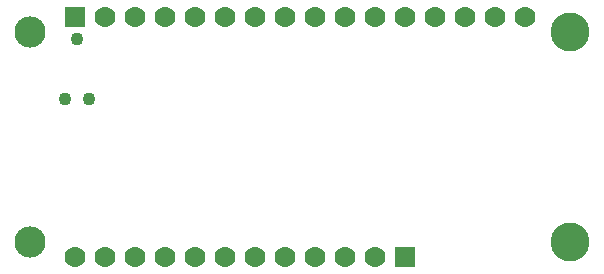
<source format=gbs>
G04 #@! TF.GenerationSoftware,KiCad,Pcbnew,(5.1.6)-1*
G04 #@! TF.CreationDate,2021-04-28T16:12:28-06:00*
G04 #@! TF.ProjectId,oasis_iot,6f617369-735f-4696-9f74-2e6b69636164,rev?*
G04 #@! TF.SameCoordinates,Original*
G04 #@! TF.FileFunction,Soldermask,Bot*
G04 #@! TF.FilePolarity,Negative*
%FSLAX46Y46*%
G04 Gerber Fmt 4.6, Leading zero omitted, Abs format (unit mm)*
G04 Created by KiCad (PCBNEW (5.1.6)-1) date 2021-04-28 16:12:28*
%MOMM*%
%LPD*%
G01*
G04 APERTURE LIST*
%ADD10C,1.091000*%
%ADD11C,1.776400*%
%ADD12R,1.776400X1.776400*%
%ADD13C,3.300000*%
%ADD14C,2.640000*%
G04 APERTURE END LIST*
D10*
X49364900Y-68211700D03*
X50380900Y-73291700D03*
X48348900Y-73291700D03*
D11*
X69490001Y-66315001D03*
X66950001Y-66315001D03*
X72030001Y-66315001D03*
X74570001Y-66315001D03*
X77110001Y-66315001D03*
X64410001Y-66315001D03*
X59330001Y-66315001D03*
X61870001Y-66315001D03*
X79650001Y-66315001D03*
X82190001Y-66315001D03*
X84730001Y-66315001D03*
X56790001Y-66315001D03*
X51710001Y-66315001D03*
X54250001Y-66315001D03*
D12*
X49170001Y-66315001D03*
D11*
X87270001Y-66315001D03*
D13*
X91080001Y-67585001D03*
X91080001Y-85365001D03*
D14*
X45360001Y-67585001D03*
X45360001Y-85365001D03*
D11*
X66950001Y-86635001D03*
X64410001Y-86635001D03*
X61870001Y-86635001D03*
X59330001Y-86635001D03*
X56790001Y-86635001D03*
X54250001Y-86635001D03*
X51710001Y-86635001D03*
X69490001Y-86635001D03*
X72030001Y-86635001D03*
X74570001Y-86635001D03*
D12*
X77110001Y-86635001D03*
D11*
X49170001Y-86635001D03*
M02*

</source>
